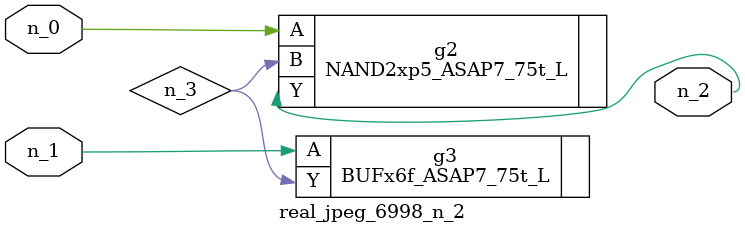
<source format=v>
module real_jpeg_6998_n_2 (n_1, n_0, n_2);

input n_1;
input n_0;

output n_2;

wire n_3;

NAND2xp5_ASAP7_75t_L g2 ( 
.A(n_0),
.B(n_3),
.Y(n_2)
);

BUFx6f_ASAP7_75t_L g3 ( 
.A(n_1),
.Y(n_3)
);


endmodule
</source>
